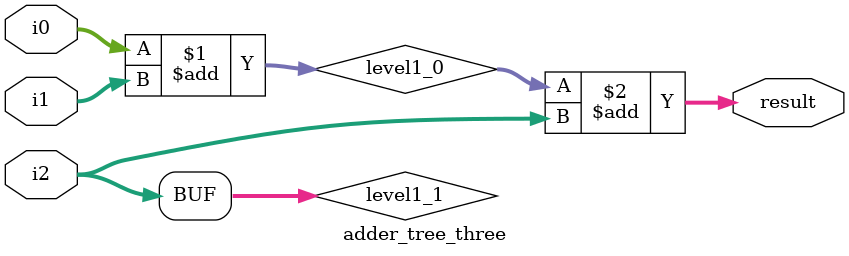
<source format=v>
module adder_tree_three (
    input wire signed [35:0] i0, i1, i2,
    output wire signed [35:0] result         
);
    
    wire signed [35:0] level1_0;
    wire signed [35:0] level1_1;

    assign level1_0 = $signed(i0) + $signed(i1);
    assign level1_1 = $signed(i2);

    assign result = $signed(level1_0) + $signed(level1_1);

endmodule
</source>
